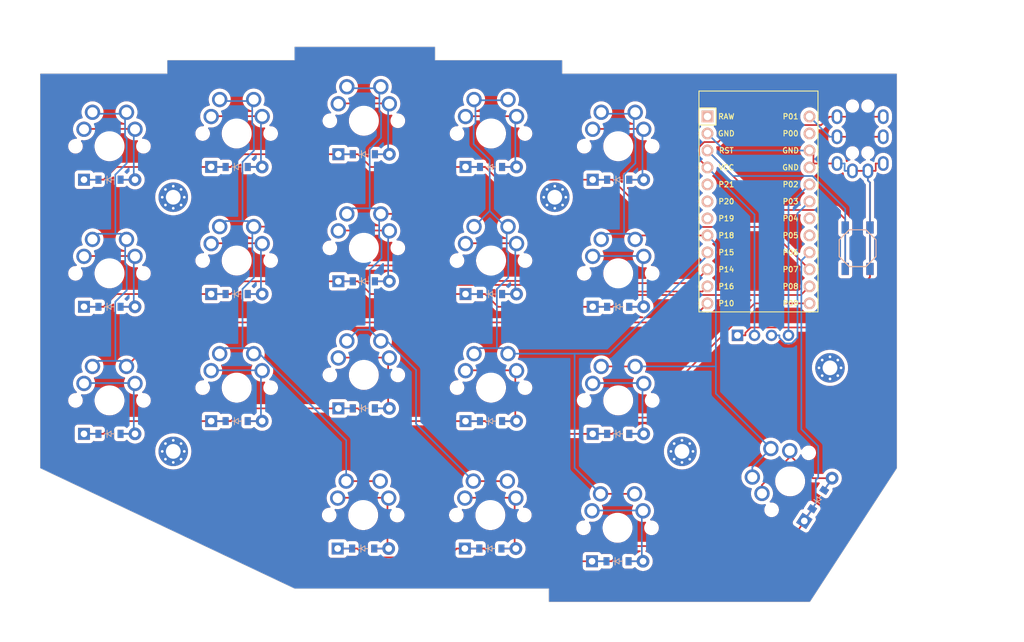
<source format=kicad_pcb>
(kicad_pcb (version 20240108) (generator "pcbnew") (generator_version "8.0")
  (title_block (title "GrandWoopPcb") (rev "v1.0.0") (company "Unknown"))
  (layers (0 "F.Cu" signal) (31 "B.Cu" signal) (34 "B.Paste" user) (35 "F.Paste" user) (36 "B.SilkS" user "B.Silkscreen") (37 "F.SilkS" user "F.Silkscreen") (38 "B.Mask" user) (39 "F.Mask" user) (44 "Edge.Cuts" user))
  (net 0 "")
  (net 1 "P10")
  (net 2 "outer_mod")
  (net 3 "outer_bottom")
  (net 4 "outer_home")
  (net 5 "P16")
  (net 6 "ring_mod")
  (net 7 "ring_bottom")
  (net 8 "ring_home")
  (net 9 "P14")
  (net 10 "middle_mod")
  (net 11 "middle_bottom")
  (net 12 "middle_home")
  (net 13 "P15")
  (net 14 "index_mod")
  (net 15 "index_bottom")
  (net 16 "index_home")
  (net 17 "P18")
  (net 18 "inner_mod")
  (net 19 "inner_bottom")
  (net 20 "inner_home")
  (net 21 "alt_cluster")
  (net 22 "ctrl_cluster")
  (net 23 "layer_cluster")
  (net 24 "space_cluster")
  (net 25 "P9")
  (net 26 "P8")
  (net 27 "P7")
  (net 28 "P6")
  (net 29 "RAW")
  (net 30 "GND")
  (net 31 "RST")
  (net 32 "VCC")
  (net 33 "P21")
  (net 34 "P20")
  (net 35 "P19")
  (net 36 "P1")
  (net 37 "P0")
  (net 38 "P2")
  (net 39 "P3")
  (net 40 "P4")
  (net 41 "P5")
  (footprint "E73:SW_TACT_ALPS_SKQGABE010" (layer "F.Cu") (at 239.125 84.1087 90)
    (property "Reference" "B1" (hide yes))
    (property "Value" "" (hide yes))
  )
  (footprint "MX" (layer "F.Cu") (at 203.3588 106.8687)
    (property "Reference" "S13" (hide yes))
    (property "Value" "" (hide yes))
  )
  (footprint "MX" (layer "F.Cu") (at 146.3588 104.9637)
    (property "Reference" "S4" (hide yes))
    (property "Value" "" (hide yes))
  )
  (footprint "E73:SW_TACT_ALPS_SKQGABE010" (layer "F.Cu") (at 239.125 84.1087 90)
    (property "Reference" "B2" (hide yes))
    (property "Value" "" (hide yes))
  )
  (footprint "ComboDiode" (layer "F.Cu") (at 127.3588 92.8687)
    (property "Reference" "D2" (hide yes))
    (property "Value" "" (hide yes))
  )
  (footprint "MX" (layer "F.Cu") (at 203.2588 125.9187)
    (property "Reference" "S18" (hide yes))
    (property "Value" "" (hide yes))
  )
  (footprint "ComboDiode" (layer "F.Cu") (at 203.3588 111.8687)
    (property "Reference" "D13" (hide yes))
    (property "Value" "" (hide yes))
  )
  (footprint "ComboDiode" (layer "F.Cu") (at 203.2588 130.9187)
    (property "Reference" "D18" (hide yes))
    (property "Value" "" (hide yes))
  )
  (footprint "ComboDiode" (layer "F.Cu") (at 165.3588 70.0587)
    (property "Reference" "D9" (hide yes))
    (property "Value" "" (hide yes))
  )
  (footprint "ComboDiode" (layer "F.Cu") (at 203.3588 92.8687)
    (property "Reference" "D14" (hide yes))
    (property "Value" "" (hide yes))
  )
  (footprint "ComboDiode" (layer "F.Cu") (at 184.3588 71.9637)
    (property "Reference" "D12" (hide yes))
    (property "Value" "" (hide yes))
  )
  (footprint "ComboDiode" (layer "F.Cu") (at 165.3588 108.0587)
    (property "Reference" "D7" (hide yes))
    (property "Value" "" (hide yes))
  )
  (footprint "MX" (layer "F.Cu") (at 184.3588 66.9637)
    (property "Reference" "S12" (hide yes))
    (property "Value" "" (hide yes))
  )
  (footprint "ComboDiode" (layer "F.Cu") (at 127.3588 73.8687)
    (property "Reference" "D3" (hide yes))
    (property "Value" "" (hide yes))
  )
  (footprint "MX" (layer "F.Cu") (at 165.2588 124.0137)
    (property "Reference" "S16" (hide yes))
    (property "Value" "" (hide yes))
  )
  (footprint "MX" (layer "F.Cu") (at 184.3588 85.9637)
    (property "Reference" "S11" (hide yes))
    (property "Value" "" (hide yes))
  )
  (footprint "MX" (layer "F.Cu") (at 165.3588 65.0587)
    (property "Reference" "S9" (hide yes))
    (property "Value" "" (hide yes))
  )
  (footprint "ComboDiode" (layer "F.Cu") (at 233.2375 121.6911 57)
    (property "Reference" "D19" (hide yes))
    (property "Value" "" (hide yes))
  )
  (footprint "MountingHole_2.2mm_M2_Pad_Via" (layer "F.Cu") (at 136.8838 76.4887)
    (property "Reference" "_2" (hide yes))
    (property "Value" "")
  )
  (footprint "ProMicro" (layer "F.Cu") (at 224.3138 78.3937 -90)
    (property "Reference" "MCU1" (hide yes))
    (property "Value" "" (hide yes))
  )
  (footprint "ComboDiode" (layer "F.Cu") (at 184.3588 109.9637)
    (property "Reference" "D10" (hide yes))
    (property "Value" "" (hide yes))
  )
  (footprint "ComboDiode" (layer "F.Cu") (at 127.3588 111.8687)
    (property "Reference" "D1" (hide yes))
    (property "Value" "" (hide yes))
  )
  (footprint "ComboDiode" (layer "F.Cu") (at 184.2588 129.0137)
    (property "Reference" "D17" (hide yes))
    (property "Value" "" (hide yes))
  )
  (footprint "MX" (layer "F.Cu") (at 127.3588 106.8687)
    (property "Reference" "S1" (hide yes))
    (property "Value" "" (hide yes))
  )
  (footprint "MX" (layer "F.Cu") (at 184.3588 104.9637)
    (property "Reference" "S10" (hide yes))
    (property "Value" "" (hide yes))
  )
  (footprint "MX" (layer "F.Cu") (at 184.2588 124.0137)
    (property "Reference" "S17" (hide yes))
    (property "Value" "" (hide yes))
  )
  (footprint "MountingHole_2.2mm_M2_Pad_Via" (layer "F.Cu") (at 136.8838 114.4887)
    (property "Reference" "_1" (hide yes))
    (property "Value" "")
  )
  (footprint "ComboDiode" (layer "F.Cu") (at 165.3588 89.0587)
    (property "Reference" "D8" (hide yes))
    (property "Value" "" (hide yes))
  )
  (footprint "ComboDiode" (layer "F.Cu") (at 165.2588 129.0137)
    (property "Reference" "D16" (hide yes))
    (property "Value" "" (hide yes))
  )
  (footprint "lib:OLED_headers" (layer "F.Cu") (at 230.9813 95.5387 -90)
    (property "Reference" "OLED1" (hide yes))
    (property "Value" "OLED")
  )
  (footprint "MountingHole_2.2mm_M2_Pad_Via" (layer "F.Cu") (at 193.8838 76.4887)
    (property "Reference" "_3" (hide yes))
    (property "Value" "")
  )
  (footprint "TRRS-PJ-320A-dual" (layer "F.Cu") (at 240.6563 61.2487)
    (property "Reference" "TRRS1")
    (property "Value" "TRRS-PJ-320A-dual")
  )
  (footprint "ComboDiode" (layer "F.Cu") (at 203.3588 73.8687)
    (property "Reference" "D15" (hide yes))
    (property "Value" "" (hide yes))
  )
  (footprint "ComboDiode" (layer "F.Cu") (at 146.3588 71.9637)
    (property "Reference" "D6" (hide yes))
    (property "Value" "" (hide yes))
  )
  (footprint "ComboDiode" (layer "F.Cu") (at 146.3588 90.9637)
    (property "Reference" "D5" (hide yes))
    (property "Value" "" (hide yes))
  )
  (footprint "MountingHole_2.2mm_M2_Pad_Via" (layer "F.Cu") (at 235 102)
    (property "Reference" "_5" (hide yes))
    (property "Value" "")
  )
  (footprint "MountingHole_2.2mm_M2_Pad_Via" (layer "F.Cu") (at 212.8838 114.4887)
    (property "Reference" "_4" (hide yes))
    (property "Value" "")
  )
  (footprint "MX" (layer "F.Cu") (at 146.3588 66.9637)
    (property "Reference" "S6" (hide yes))
    (property "Value" "" (hide yes))
  )
  (footprint "MX" (layer "F.Cu") (at 127.3588 87.8687)
    (property "Reference" "S2" (hide yes))
    (property "Value" "" (hide yes))
  )
  (footprint "ComboDiode" (layer "F.Cu") (at 146.3588 109.9637)
    (property "Reference" "D4" (hide yes))
    (property "Value" "" (hide yes))
  )
  (footprint "MX" (layer "F.Cu") (at 127.3588 68.8687)
    (property "Reference" "S3" (hide yes))
    (property "Value" "" (hide yes))
  )
  (footprint "MX" (layer "F.Cu") (at 229.0441 118.9679 57)
    (property "Reference" "S19" (hide yes))
    (property "Value" "" (hide yes))
  )
  (footprint "MX" (layer "F.Cu") (at 203.3588 68.8687)
    (property "Reference" "S15" (hide yes))
    (property "Value" "" (hide yes))
  )
  (footprint "MX" (layer "F.Cu") (at 146.3588 85.9637)
    (property "Reference" "S5" (hide yes))
    (property "Value" "" (hide yes))
  )
  (footprint "ComboDiode" (layer "F.Cu") (at 184.3588 90.9637)
    (property "Reference" "D11" (hide yes))
    (property "Value" "" (hide yes))
  )
  (footprint "MX" (layer "F.Cu") (at 165.3588 84.0587)
    (property "Reference" "S8" (hide yes))
    (property "Value" "" (hide yes))
  )
  (footprint "MX" (layer "F.Cu") (at 165.3588 103.0587)
    (property "Reference" "S7" (hide yes))
    (property "Value" "" (hide yes))
  )
  (footprint "MX" (layer "F.Cu") (at 203.3588 87.8687)
    (property "Reference" "S14" (hide yes))
    (property "Value" "" (hide yes))
  )
  (gr_line (start 195 56) (end 195 58) (stroke (width 0.05)) (layer "Edge.Cuts"))
  (gr_line (start 136 58) (end 136 56) (stroke (width 0.05)) (layer "Edge.Cuts"))
  (gr_line (start 176 54) (end 176 56) (stroke (width 0.05)) (layer "Edge.Cuts"))
  (gr_line (start 245 58) (end 245 117) (stroke (width 0.05)) (layer "Edge.Cuts"))
  (gr_line (start 231 137) (end 193 137) (stroke (width 0.05)) (layer "Edge.Cuts"))
  (gr_line (start 136 56) (end 155 56) (stroke (width 0.05)) (layer "Edge.Cuts"))
  (gr_line (start 193 137) (end 193 135) (stroke (width 0.05)) (layer "Edge.Cuts"))
  (gr_line (start 155 135) (end 117 117) (stroke (width 0.05)) (layer "Edge.Cuts"))
  (gr_line (start 117 117) (end 117 58) (stroke (width 0.05)) (layer "Edge.Cuts"))
  (gr_line (start 195 58) (end 245 58) (stroke (width 0.05)) (layer "Edge.Cuts"))
  (gr_line (start 155 56) (end 155 54) (stroke (width 0.05)) (layer "Edge.Cuts"))
  (gr_line (start 155 54) (end 176 54) (stroke (width 0.05)) (layer "Edge.Cuts"))
  (gr_line (start 245 117) (end 232 137) (stroke (width 0.05)) (layer "Edge.Cuts"))
  (gr_line (start 231 137) (end 232 137) (stroke (width 0.05)) (layer "Edge.Cuts"))
  (gr_line (start 117 58) (end 136 58) (stroke (width 0.05)) (layer "Edge.Cuts"))
  (gr_line (start 176 56) (end 195 56) (stroke (width 0.05)) (layer "Edge.Cuts"))
  (gr_line (start 193 135) (end 155 135) (stroke (width 0.05)) (layer "Edge.Cuts"))
  (segment (start 213.8516 95.2059) (end 136.4816 95.2059) (width 0.25) (layer "F.Cu") (net 1))
  (segment (start 216.6938 92.3637) (end 213.8516 95.2059) (width 0.25) (layer "F.Cu") (net 1))
  (segment (start 136.4816 95.2059) (end 129.8988 101.7887) (width 0.25) (layer "F.Cu") (net 1))
  (segment (start 128.2321 81.9553) (end 125.6522 81.9553) (width 0.25) (layer "B.Cu") (net 1))
  (segment (start 125.6522 100.9553) (end 124.8188 101.7887) (width 0.25) (layer "B.Cu") (net 1))
  (segment (start 129.6978 86.4794) (end 129.6978 82.9897) (width 0.25) (layer "B.Cu") (net 1))
  (segment (start 125.6522 81.9553) (end 124.8188 82.7887) (width 0.25) (layer "B.Cu") (net 1))
  (segment (start 129.9294 67.711) (end 129.6802 67.4618) (width 0.25) (layer "B.Cu") (net 1))
  (segment (start 129.8988 101.7887) (end 129.0654 100.9553) (width 0.25) (layer "B.Cu") (net 1))
  (segment (start 128.2321 81.9553) (end 128.2321 73.1127) (width 0.25) (layer "B.Cu") (net 1))
  (segment (start 125.0374 64.0073) (end 124.8188 63.7887) (width 0.25) (layer "B.Cu") (net 1))
  (segment (start 129.6978 82.9897) (end 129.8988 82.7887) (width 0.25) (layer "B.Cu") (net 1))
  (segment (start 129.9294 90.4154) (end 129.9294 86.711) (width 0.25) (layer "B.Cu") (net 1))
  (segment (start 128.2321 92.1127) (end 129.9294 90.4154) (width 0.25) (layer "B.Cu") (net 1))
  (segment (start 129.0654 81.9553) (end 128.2321 81.9553) (width 0.25) (layer "B.Cu") (net 1))
  (segment (start 129.9294 71.4154) (end 129.9294 67.711) (width 0.25) (layer "B.Cu") (net 1))
  (segment (start 129.9294 86.711) (end 129.6978 86.4794) (width 0.25) (layer "B.Cu") (net 1))
  (segment (start 128.2321 100.9553) (end 128.2321 92.1127) (width 0.25) (layer "B.Cu") (net 1))
  (segment (start 128.2321 73.1127) (end 129.9294 71.4154) (width 0.25) (layer "B.Cu") (net 1))
  (segment (start 129.8988 82.7887) (end 129.0654 81.9553) (width 0.25) (layer "B.Cu") (net 1))
  (segment (start 129.0654 100.9553) (end 128.2321 100.9553) (width 0.25) (layer "B.Cu") (net 1))
  (segment (start 129.6802 64.0073) (end 129.8988 63.7887) (width 0.25) (layer "B.Cu") (net 1))
  (segment (start 129.6802 67.4618) (end 129.6802 64.0073) (width 0.25) (layer "B.Cu") (net 1))
  (segment (start 128.2321 100.9553) (end 125.6522 100.9553) (width 0.25) (layer "B.Cu") (net 1))
  (segment (start 129.6802 64.0073) (end 125.0374 64.0073) (width 0.25) (layer "B.Cu") (net 1))
  (segment (start 129.0088 111.8687) (end 131.1688 111.8687) (width 0.25) (layer "F.Cu") (net 2))
  (segment (start 129.0088 111.8687) (end 130.9855 111.8687) (width 0.25) (layer "B.Cu") (net 2))
  (segment (start 130.9855 104.512) (end 131.1688 104.3287) (width 0.25) (layer "B.Cu") (net 2))
  (segment (start 123.6034 104.2741) (end 130.7476 104.2741) (width 0.25) (layer "B.Cu") (net 2))
  (segment (start 130.9855 111.8687) (end 130.9855 104.512) (width 0.25) (layer "B.Cu") (net 2))
  (segment (start 123.5488 104.3287) (end 123.6034 104.2741) (width 0.25) (layer "B.Cu") (net 2))
  (segment (start 130.9855 111.8687) (end 131.1688 111.8687) (width 0.25) (layer "B.Cu") (net 2))
  (segment (start 130.7476 104.2741) (end 130.9855 104.512) (width 0.25) (layer "B.Cu") (net 2))
  (segment (start 129.0088 92.8687) (end 131.1688 92.8687) (width 0.25) (layer "F.Cu") (net 3))
  (segment (start 131.1142 85.2741) (end 131.1688 85.3287) (width 0.25) (layer "F.Cu") (net 3))
  (segment (start 123.5488 85.3287) (end 123.6034 85.2741) (width 0.25) (layer "F.Cu") (net 3))
  (segment (start 123.6034 85.2741) (end 131.1142 85.2741) (width 0.25) (layer "F.Cu") (net 3))
  (segment (start 130.9855 92.8687) (end 130.9855 85.512) (width 0.25) (layer "B.Cu") (net 3))
  (segment (start 130.9855 92.8687) (end 131.1688 92.8687) (width 0.25) (layer "B.Cu") (net 3))
  (segment (start 129.0088 92.8687) (end 130.9855 92.8687) (width 0.25) (layer "B.Cu") (net 3))
  (segment (start 130.9855 85.512) (end 131.1688 85.3287) (width 0.25) (layer "B.Cu") (net 3))
  (segment (start 131.1142 66.2741) (end 131.1688 66.3287) (width 0.25) (layer "F.Cu") (net 4))
  (segment (start 129.0088 73.8687) (end 131.1688 73.8687) (width 0.25) (layer "F.Cu") (net 4))
  (segment (start 123.6034 66.2741) (end 131.1142 66.2741) (width 0.25) (layer "F.Cu") (net 4))
  (segment (start 123.5488 66.3287) (end 123.6034 66.2741) (width 0.25) (layer "F.Cu") (net 4))
  (segment (start 130.9855 73.8687) (end 130.9855 66.512) (width 0.25) (layer "B.Cu") (net 4))
  (segment (start 130.9855 73.8687) (end 131.1688 73.8687) (width 0.25) (layer "B.Cu") (net 4))
  (segment (start 129.0088 73.8687) (end 130.9855 73.8687) (width 0.25) (layer "B.Cu") (net 4))
  (segment (start 130.9855 66.512) (end 131.1688 66.3287) (width 0.25) (layer "B.Cu") (net 4))
  (segment (start 204.9503 90.891) (end 205.2573 90.584) (width 0.25) (layer "F.Cu") (net 5))
  (segment (start 148.8988 80.8837) (end 154.4413 80.8837) (width 0.25) (layer "F.Cu") (net 5))
  (segment (start 192.9258 89.5972) (end 194.2196 90.891) (width 0.25) (layer "F.Cu") (net 5))
  (segment (start 160.2525 86.6949) (end 169.8599 86.6949) (width 0.25) (layer "F.Cu") (net 5))
  (segment (start 154.4413 80.8837) (end 160.2525 86.6949) (width 0.25) (layer "F.Cu") (net 5))
  (segment (start 205.2573 90.584) (end 215.9335 90.584) (width 0.25) (layer "F.Cu") (net 5))
  (segment (start 167.7988 118.9337) (end 162.7188 118.9337) (width 0.25) (layer "F.Cu") (net 5))
  (segment (start 194.2196 90.891) (end 204.9503 90.891) (width 0.25) (layer "F.Cu") (net 5))
  (segment (start 169.8599 86.6949) (end 172.7622 89.5972) (width 0.25) (layer "F.Cu") (net 5))
  (segment (start 215.9335 90.584) (end 216.6938 89.8237) (width 0.25) (layer "F.Cu") (net 5))
  (segment (start 172.7622 89.5972) (end 192.9258 89.5972) (width 0.25) (layer "F.Cu") (net 5))
  (segment (start 148.9294 88.5104) (end 148.9294 84.806) (width 0.25) (layer "B.Cu") (net 5))
  (segment (start 148.0654 80.0503) (end 147.2321 80.0503) (width 0.25) (layer "B.Cu") (net 5))
  (segment (start 148.9294 65.806) (end 148.6802 65.5568) (width 0.25) (layer "B.Cu") (net 5))
  (segment (start 148.8988 80.8837) (end 148.0654 80.0503) (width 0.25) (layer "B.Cu") (net 5))
  (segment (start 147.2321 99.0503) (end 147.2321 90.2077) (width 0.25) (layer "B.Cu") (net 5))
  (segment (start 144.6522 80.0503) (end 143.8188 80.8837) (width 0.25) (layer "B.Cu") (net 5))
  (segment (start 148.6978 84.5744) (end 148.6978 81.0847) (width 0.25) (layer "B.Cu") (net 5))
  (segment (start 148.9294 84.806) (end 148.6978 84.5744) (width 0.25) (layer "B.Cu") (net 5))
  (segment (start 144.6522 99.0503) (end 143.8188 99.8837) (width 0.25) (layer "B.Cu") (net 5))
  (segment (start 147.2321 80.0503) (end 144.6522 80.0503) (width 0.25) (layer "B.Cu") (net 5))
  (segment (start 162.7188 112.8377) (end 149.7648 99.8837) (width 0.25) (layer "B.Cu") (net 5))
  (segment (start 149.7648 99.8837) (end 148.8988 99.8837) (width 0.25) (layer "B.Cu") (net 5))
  (segment (start 148.6802 62.1023) (end 148.8988 61.8837) (width 0.25) (layer "B.Cu") (net 5))
  (segment (start 147.2321 99.0503) (end 144.6522 99.0503) (width 0.25) (layer "B.Cu") (net 5))
  (segment (start 148.6802 65.5568) (end 148.6802 62.1023) (width 0.25) (layer "B.Cu") (net 5))
  (segment (start 147.2321 80.0503) (end 147.2321 71.2077) (width 0.25) (layer "B.Cu") (net 5))
  (segment (start 144.0374 62.1023) (end 143.8188 61.8837) (width 0.25) (layer "B.Cu") (net 5))
  (segment (start 148.6802 62.1023) (end 144.0374 62.1023) (width 0.25) (layer "B.Cu") (net 5))
  (segment (start 148.8988 99.8837) (end 148.0654 99.0503) (width 0.25) (layer "B.Cu") (net 5))
  (segment (start 148.9294 69.5104) (end 148.9294 65.806) (width 0.25) (layer "B.Cu") (net 5))
  (segment (start 147.2321 90.2077) (end 148.9294 88.5104) (width 0.25) (layer "B.Cu") (net 5))
  (segment (start 148.6978 81.0847) (end 148.8988 80.8837) (width 0.25) (layer "B.Cu") (net 5))
  (segment (start 147.2321 71.2077) (end 148.9294 69.5104) (width 0.25) (layer "B.Cu") (net 5))
  (segment (start 162.7188 118.9337) (end 162.7188 112.8377) (width 0.25) (layer "B.Cu") (net 5))
  (segment (start 148.0654 99.0503) (end 147.2321 99.0503) (width 0.25) (layer "B.Cu") (net 5))
  (segment (start 148.0088 109.9637) (end 150.1688 109.9637) (width 0.25) (layer "F.Cu") (net 6))
  (segment (start 142.5488 102.4237) (end 142.6034 102.3691) (width 0.25) (layer "B.Cu") (net 6))
  (segment (start 142.6034 102.3691) (end 149.7476 102.3691) (width 0.25) (layer "B.Cu") (net 6))
  (segment (start 149.7476 102.3691) (end 149.9855 102.607) (width 0.25) (layer "B.Cu") (net 6))
  (segment (start 148.0088 109.9637) (end 149.9855 109.9637) (width 0.25) (layer "B.Cu") (net 6))
  (segment (start 149.9855 109.9637) (end 150.1688 109.9637) (width 0.25) (layer "B.Cu") (net 6))
  (segment (start 149.9855 109.9637) (end 149.9855 102.607) (width 0.25) (layer "B.Cu") (net 6))
  (segment (start 149.9855 102.607) (end 150.1688 102.4237) (width 0.25) (layer "B.Cu") (net 6))
  (segment (start 148.0088 90.9637) (end 150.1688 90.9637) (width 0.25) (layer "F.Cu") (net 7))
  (segment (start 150.1142 83.3691) (end 150.1688 83.4237) (width 0.25) (layer "F.Cu") (net 7))
  (segment (start 142.5488 83.4237) (end 142.6034 83.3691) (width 0.25) (layer "F.Cu") (net 7))
  (segment (start 142.6034 83.3691) (end 150.1142 83.3691) (width 0.25) (layer "F.Cu") (net 7))
  (segment (start 148.0088 90.9637) (end 149.9855 90.9637) (width 0.25) (layer "B.Cu") (net 7))
  (segment (start 149.9855 90.9637) (end 150.1688 90.9637) (width 0.25) (layer "B.Cu") (net 7))
  (segment (start 149.9855 90.9637) (end 149.9855 83.607) (width 0.25) (layer "B.Cu") (net 7))
  (segment (start 149.9855 83.607) (end 150.1688 83.4237) (width 0.25) (layer "B.Cu") (net 7))
  (segment (start 142.6034 64.3691) (end 150.1142 64.3691) (width 0.25) (layer "F.Cu") (net 8))
  (segment (start 142.5488 64.4237) (end 142.6034 64.3691) (width 0.25) (layer "F.Cu") (net 8))
  (segment (start 150.1142 64.3691) (end 150.1688 64.4237) (width 0.25) (layer "F.Cu") (net 8))
  (segment (start 148.0088 71.9637) (end 150.1688 71.9637) (width 0.25) (layer "F.Cu") (net 8))
  (segment (start 149.9855 64.607) (end 150.1688 64.4237) (width 0.25) (layer "B.Cu") (net 8))
  (segment (start 149.9855 71.9637) (end 149.9855 64.607) (width 0.25) (layer "B.Cu") (net 8))
  (segment (start 149.9855 71.9637) (end 150.1688 71.9637) (width 0.25) (layer "B.Cu") (net 8))
  (segment (start 148.0088 71.9637) (end 149.9855 71.9637) (width 0.25) (layer "B.Cu") (net 8))
  (segment (start 214.6434 89.3341) (end 205.8684 89.3341) (width 0.25) (layer "F.Cu") (net 9))
  (segment (start 205.8684 89.3341) (end 204.7632 90.4393) (width 0.25) (layer "F.Cu") (net 9))
  (segment (start 195.2944 90.4393) (end 193.8542 88.9991) (width 0.25) (layer "F.Cu") (net 9))
  (segment (start 193.8542 88.9991) (end 180.2586 88.9991) (width 0.25) (layer "F.Cu") (net 9))
  (segment (start 204.7632 90.4393) (end 195.2944 90.4393) (width 0.25) (layer "F.Cu") (net 9))
  (segment (start 186.7988 118.9337) (end 181.7188 118.9337) (width 0.25) (layer "F.Cu") (net 9))
  (segment (start 180.2586 88.9991) (end 170.2382 78.9787) (width 0.25) (layer "F.Cu") (net 9))
  (segment (start 216.6938 87.2837) (end 214.6434 89.3341) (width 0.25) (layer "F.Cu") (net 9))
  (segment (start 170.2382 78.9787) (end 167.8988 78.9787) (width 0.25) (layer "F.Cu") (net 9))
  (segment (start 163.0374 60.1973) (end 162.8188 59.9787) (width 0.25) (layer "B.Cu") (net 9))
  (segment (start 163.6522 78.1453) (end 162.8188 78.9787) (width 0.25) (layer "B.Cu") (net 9))
  (segment (start 167.8988 78.9787) (end 167.0654 78.1453) (width 0.25) (layer "B.Cu") (net 9))
  (segment (start 167.6802 60.1973) (end 163.0374 60.1973) (width 0.25) (layer "B.Cu") (net 9))
  (segment (start 168.8139 97.9787) (end 167.8988 97.9787) (width 0.25) (layer "B.Cu") (net 9))
  (segment (start 167.9937 85.6044) (end 166.2321 87.366) (width 0.25) (layer "B.Cu") (net 9))
  (segment (start 167.9937 82.8431) (end 167.9937 85.6044) (width 0.25) (layer "B.Cu") (net 9))
  (segment (start 167.0654 78.1453) (end 166.2321 78.1453) (width 0.25) (layer "B.Cu") (net 9))
  (segment (start 164.4855 96.312) (end 162.8188 97.9787) (width 0.25) (layer "B.Cu") (net 9))
  (segment (start 166.2321 78.1453) (end 166.2321 69.3027) (width 0.25) (layer "B.Cu") (net 9))
  (segment (start 166.2321 96.312) (end 164.4855 96.312) (width 0.25) (layer "B.Cu") (net 9))
  (segment (start 173.1541 110.369) (end 173.1541 102.3189) (width 0.25) (layer "B.Cu") (net 9))
  (segment (start 167.9294 67.6054) (end 167.9294 63.901) (width 0.25) (layer "B.Cu") (net 9))
  (segment (start 166.2321 69.3027) (end 167.9294 67.6054) (width 0.25) (layer "B.Cu") (net 9))
  (segment (start 166.2321 78.1453) (end 163.6522 78.1453) (width 0.25) (layer "B.Cu") (net 9))
  (segment (start 167.6487 82.4981) (end 167.9937 82.8431) (width 0.25) (layer "B.Cu") (net 9))
  (segment (start 167.9294 63.901) (end 167.6802 63.6518) (width 0.25) (layer "B.Cu") (net 9))
  (segment (start 167.6802 60.1973) (end 167.8988 59.9787) (width 0.25) (layer "B.Cu") (net 9))
  (segment (start 167.8988 78.9787) (end 167.6487 79.2288) (width 0.25) (layer "B.Cu") (net 9))
  (segment (start 167.6487 79.2288) (end 167.6487 82.4981) (width 0.25) (layer "B.Cu") (net 9))
  (segment (start 166.2321 87.366) (end 166.2321 96.312) (width 0.25) (layer "B.Cu") (net 9))
  (segment (start 181.7188 118.9337) (end 173.1541 110.369) (width 0.25) (layer "B.Cu") (net 9))
  (segment (start 166.2321 96.312) (end 167.8988 97.9787) (width 0.25) (layer "B.Cu") (net 9))
  (segment (start 167.6802 63.6518) (end 167.6802 60.1973) (width 0.25) (layer "B.Cu") (net 9))
  (segment (start 173.1541 102.3189) (end 168.8139 97.9787) (width 0.25) (layer "B.Cu") (net 9))
  (segment (start 167.0088 108.0587) (end 168.9855 108.0587) (width 0.25) (layer "F.Cu") (net 10))
  (segment (start 168.9855 108.0587) (end 168.9855 100.702) (width 0.25) (layer "F.Cu") (net 10))
  (segment (start 168.9855 108.0587) (end 169.1688 108.0587) (width 0.25) (layer "F.Cu") (net 10))
  (segment (start 168.7476 100.4641) (end 168.9855 100.702) (width 0.25) (layer "F.Cu") (net 10))
  (segment (start 161.6034 100.4641) (end 168.7476 100.4641) (width 0.25) (layer "F.Cu") (net 10))
  (segment (start 168.9855 100.702) (end 169.1688 100.5187) (width 0.25) (layer "F.Cu") (net 10))
  (segment (start 161.5488 100.5187) (end 161.6034 100.4641) (width 0.25) (layer "F.Cu") (net 10))
  (segment (start 167.0088 108.0587) (end 169.1688 108.0587) (width 0.25) (layer "B.Cu") (net 10))
  (segment (start 169.1142 81.4641) (end 169.1688 81.5187) (width 0.25) (layer "F.Cu") (net 11))
  (segment (start 167.0088 89.0587) (end 169.1688 89.0587) (width 0.25) (layer "F.Cu") (net 11))
  (segment (start 161.5488 81.5187) (end 161.6034 81.4641) (width 0.25) (layer "F.Cu") (net 11))
  (segment (start 161.6034 81.4641) (end 169.1142 81.4641) (width 0.25) (layer "F.Cu") (net 11))
  (segment (start 168.9907 81.6968) (end 169.1688 81.5187) (width 0.25) (layer "B.Cu") (net 11))
  (segment (start 167.0088 89.0587) (end 168.9907 89.0587) (width 0.25) (layer "B.Cu") (net 11))
  (segment (start 168.9907 89.0587) (end 169.1688 89.0587) (width 0.25) (layer "B.Cu") (net 11))
  (segment (start 168.9907 89.0587) (end 168.9907 81.6968) (width 0.25) (layer "B.Cu") (net 11))
  (segment (start 161.6034 62.4641) (end 169.1142 62.4641) (width 0.25) (layer "F.Cu") (net 12))
  (segment (start 169.1142 62.4641) (end 169.1688 62.5187) (width 0.25) (layer "F.Cu") (net 12))
  (segment (start 167.0088 70.0587) (end 169.1688 70.0587) (width 0.25) (layer "F.Cu") (net 12))
  (segment (start 161.5488 62.5187) (end 161.6034 62.4641) (width 0.25) (layer "F.Cu") (net 12))
  (segment (start 167.0088 70.0587) (end 168.9855 70.0587) (width 0.25) (layer "B.Cu") (net 12))
  (segment (start 168.9855 70.0587) (end 168.9855 62.702) (width 0.25) (layer "B.Cu") (net 12))
  (segment (start 168.9855 70.0587) (end 169.1688 70.0587) (width 0.25) (layer "B.Cu") (net 12))
  (segment (start 168.9855 62.702) (end 169.1688 62.5187) (width 0.25) (layer "B.Cu") (net 12))
  (segment (start 205.7988 120.8387) (end 200.7188 120.8387) (width 0.25) (layer "F.Cu") (net 13))
  (segment (start 196.8471 99.8837) (end 186.8988 99.8837) (width 0.25) (layer "B.Cu") (net 13))
  (segment (start 182.0354 65.4366) (end 181.763 65.709) (width 0.25) (layer "B.Cu") (net 13))
  (segment (start 182.0354 61.992) (end 182.0354 65.4366) (width 0.25) (layer "B.Cu") (net 13))
  (segment (start 186.9294 88.5104) (end 186.9294 84.806) (width 0.25) (layer "B.Cu") (net 13))
  (segment (start 216.6938 84.7437) (end 216.6938 85.2073) (width 0.25) (layer "B.Cu") (net 13))
  (segment (start 185.2321 90.2077) (end 186.9294 88.5104) (width 0.25) (layer "B.Cu") (net 13))
  (segment (start 186.6978 81.0847) (end 186.7027 81.0798) (width 0.25) (layer "B.Cu") (net 13))
  (segment (start 182.6522 99.0503) (end 181.8188 99.8837) (width 0.25) (layer "B.Cu") (net 13))
  (segment (start 184.1627 70.9482) (end 184.1627 78.5398) (width 0.25) (layer "B.Cu") (net 13))
  (segment (start 186.6978 84.5744) (end 186.6978 81.0847) (width 0.25) (layer "B.Cu") (net 13))
  (segment (start 216.6938 85.2073) (end 202.0174 99.8837) (width 0.25) (layer "B.Cu") (net 13))
  (segment (start 185.2321 99.0503) (end 185.2321 90.2077) (width 0.25) (layer "B.Cu") (net 13))
  (segment (start 181.9271 61.992) (end 182.0354 61.992) (width 0.25) (layer "B.Cu") (net 13))
  (segment (start 186.8988 99.8837) (end 186.0654 99.0503) (width 0.25) (layer "B.Cu") (net 13))
  (segment (start 182.0354 61.992) (end 186.7905 61.992) (width 0.25) (layer "B.Cu") (net 13))
  (segment (start 202.0174 99.8837) (end 196.8471 99.8837) (width 0.25) (layer "B.Cu") (net 13))
  (segment (start 181.763 68.5485) (end 184.1627 70.9482) (width 0.25) (layer "B.Cu") (net 13))
  (segment (start 181.8188 61.8837) (end 181.9271 61.992) (width 0.25) (layer "B.Cu") (net 13))
  (segment (start 186.7027 81.0798) (end 186.8988 80.8837) (width 0.25) (layer "B.Cu") (net 13))
  (segment (start 184.1627 78.5398) (end 181.8188 80.8837) (width 0.25) (layer "B.Cu") (net 13))
  (segment (start 185.2321 99.0503) (end 182.6522 99.0503) (width 0.25) (layer "B.Cu") (net 13))
  (segment (start 181.763 65.709) (end 181.763 68.5485) (width 0.25) (layer "B.Cu") (net 13))
  (segment (start 186.9294 84.806) (end 186.6978 84.5744) (width 0.25) (layer "B.Cu") (net 13))
  (segment (start 200.7188 120.8387) (end 196.8471 116.967) (width 0.25) (layer "B.Cu") (net 13))
  (segment (start 186.0654 99.0503) (end 185.2321 99.0503) (width 0.25) (layer "B.Cu") (net 13))
  (segment (start 184.1627 78.5398) (end 186.7027 81.0798) (width 0.25) (layer "B.Cu") (net 13))
  (segment (start 186.7905 61.992) (end 186.8988 61.8837) (width 0.25) (layer "B.Cu") (net 13))
  (segment (start 196.8471 116.967) (end 196.8471 99.8837) (width 0.25) (layer "B.Cu") (net 13))
  (segment (start 187.9855 109.9637) (end 188.1688 109.9637) (width 0.25) (layer "F.Cu") (net 14))
  (segment (start 187.9855 102.607) (end 188.1688 102.4237) (width 0.25) (layer "F.Cu") (net 14))
  (segment (start 187.7476 102.3691) (end 187.9855 102.607) (width 0.25) (layer "F.Cu") (net 14))
  (segment (start 186.0088 109.9637) (end 187.9855 109.9637) (width 0.25) (layer "F.Cu") (net 14))
  (segment (start 187.9855 109.9637) (end 187.9855 102.607) (width 0.25) (layer "F.Cu") (net 14))
  (segment (start 180.5488 102.4237) (end 180.6034 102.3691) (width 0.25) (layer "F.Cu") (net 14))
  (segment (start 180.6034 102.3691) (end 187.7476 102.3691) (width 0.25) (layer "F.Cu") (net 14))
  (segment (start 186.0088 109.9637) (end 188.1688 109.9637) (width 0.25) (layer "B.Cu") (net 14))
  (segment (start 186.0088 90.9637) (end 188.1688 90.9637) (width 0.25) (layer "F.Cu") (net 15))
  (segment (start 180.5488 83.4237) (end 180.6034 83.3691) (width 0.25) (layer "F.Cu") (net 15))
  (segment (start 180.6034 83.3691) (end 188.1142 83.3691) (width 0.25) (layer "F.Cu") (net 15))
  (segment (start 188.1142 83.3691) (end 188.1688 83.4237) (width 0.25) (layer "F.Cu") (net 15))
  (segment (start 187.9855 90.9637) (end 187.9855 83.607) (width 0.25) (layer "B.Cu") (net 15))
  (segment (start 187.9855 83.607) (end 188.1688 83.4237) (width 0.25) (layer "B.Cu") (net 15))
  (segment (start 186.0088 90.9637) (end 187.9855 90.9637) (width 0.25) (layer "B.Cu") (net 15))
  (segment (start 187.9855 90.9637) (end 188.1688 90.9637) (width 0.25) (layer "B.Cu") (net 15))
  (segment (start 180.6034 64.3691) (end 188.1142 64.3691) (width 0.25) (layer "F.Cu") (net 16))
  (segment (start 180.5488 64.4237) (end 180.6034 64.3691) (width 0.25) (layer "F.Cu") (net 16))
  (segment (start 188.1142 64.3691) (end 188.1688 64.4237) (width 0.25) (layer "F.Cu") (net 16))
  (segment (start 186.0088 71.9637) (end 188.1688 71.9637) (width 0.25) (layer "F.Cu") (net 16))
  (segment (start 187.9855 71.9637) (end 187.9855 64.607) (width 0.25) (layer "B.Cu") (net 16))
  (segment (start 187.9855 64.607) (end 188.1688 64.4237) (width 0.25) (layer "B.Cu") (net 16))
  (segment (start 186.0088 71.9637) (end 187.9855 71.9637) (width 0.25) (layer "B.Cu") (net 16))
  (segment (start 187.9855 71.9637) (end 188.1688 71.9637) (width 0.25) (layer "B.Cu") (net 16))
  (segment (start 206.4838 82.2037) (end 205.8988 82.7887) (width 0.25) (layer "F.Cu") (net 17))
  (segment (start 205.8988 101.7887) (end 200.8188 101.7887) (width 0.25) (layer "F.Cu") (net 17))
  (segment (start 216.6938 82.2037) (end 206.4838 82.2037) (width 0.25) (layer "F.Cu") (net 17))
  (segment (start 226.167 114.0709) (end 217.9486 105.8525) (width 0.25) (layer "B.Cu") (net 17))
  (segment (start 217.9486 101.7887) (end 217.9486 83.4585) (width 0.25) (layer "B.Cu") (net 17))
  (segment (start 205.9294 71.4154) (end 205.9294 67.711) (width 0.25) (layer "B.Cu") (net 17))
  (segment (start 217.9486 101.7887) (end 205.8988 101.7887) (width 0.25) (layer "B.Cu") (net 17))
  (segment (start 217.9486 83.4585) (end 216.6938 82.2037) (width 0.25) (layer "B.Cu") (net 17))
  (segment (start 201.6522 81.9553) (end 200.8188 82.7887) (width 0.25) (layer "B.Cu") (net 17))
  (segment (start 204.2321 81.9553) (end 204.2321 73.1127) (width 0.25) (layer "B.Cu") (net 17))
  (segment (start 223.4003 116.8376) (end 223.4003 118.3314) (width 0.25) (layer "B.Cu") (net 17))
  (segment (start 201.0374 64.0073) (end 200.8188 63.7887) (width 0.25) (layer "B.Cu") (net 17))
  (segment (start 205.6802 67.4618) (end 205.6802 64.0073) (width 0.25) (layer "B.Cu") (net 17))
  (segment (start 217.9486 105.8525) (end 217.9486 101.7887) (width 0.25) (layer "B.Cu") (net 17))
  (segment (start 226.167 114.0709) (end 223.4003 116.8376) (width 0.25) (layer "B.Cu") (net 17))
  (segment (start 205.6802 64.0073) (end 201.0374 64.0073) (width 0.25) (layer "B.Cu") (net 17))
  (segment (start 205.9294 67.711) (end 205.6802 67.4618) (width 0.25) (layer "B.Cu") (net 17))
  (segment (start 204.2321 81.9553) (end 201.6522 81.9553) (width 0.25) (layer "B.Cu") (net 17))
  (segment (start 204.2321 73.1127) (end 205.9294 71.4154) (width 0.25) (layer "B.Cu") (net 17))
  (segment (start 205.6802 64.0073) (end 205.8988 63.7887) (width 0.25) (layer "B.Cu") (net 17))
  (segment (start 205.8988 82.7887) (end 205.0654 81.9553) (width 0.25) (layer "B.Cu") (net 17))
  (segment (start 205.0654 81.9553) (end 204.2321 81.9553) (width 0.25) (layer "B.Cu") (net 17))
  (segment (start 205.0088 111.8687) (end 207.1688 111.8687) (width 0.25) (layer "F.Cu") (net 18))
  (segment (start 199.5488 104.3287) (end 199.6034 104.2741) (width 0.25) (layer "B.Cu") (net 18))
  (segment (start 206.9855 111.8687) (end 207.1688 111.8687) (width 0.25) (layer "B.Cu") (net 18))
  (segment (start 206.9855 104.512) (end 207.1688 104.3287) (width 0.25) (layer "B.Cu") (net 18))
  (segment (start 205.0088 111.8687) (end 206.9855 111.8687) (width 0.25) (layer "B.Cu") (net 18))
  (segment (start 206.9855 111.8687) (end 206.9855 104.512) (width 0.25) (layer "B.Cu") (net 18))
  (segment (start 206.7476 104.2741) (end 206.9855 104.512) (width 0.25) (layer "B.Cu") (net 18))
  (segment (start 199.6034 104.2741) (end 206.7476 104.2741) (width 0.25) (layer "B.Cu") (net 18))
  (segment (start 205.0088 92.8687) (end 207.1688 92.8687) (width 0.25) (layer "F.Cu") (net 19))
  (segment (start 206.9855 92.8687) (end 207.1688 92.8687) (width 0.25) (layer "B.Cu") (net 19))
  (segment (start 206.7476 85.2741) (end 206.9855 85.512) (width 0.25) (layer "B.Cu") (net 19))
  (segment (start 206.9855 85.512) (end 207.1688 85.3287) (width 0.25) (layer "B.Cu") (net 19))
  (segment (start 199.5488 85.3287) (end 199.6034 85.2741) (width 0.25) (layer "B.Cu") (net 19))
  (segment (start 205.0088 92.8687) (end 206.9855 92.8687) (width 0.25) (layer "B.Cu") (net 19))
  (segment (start 206.9855 92.8687) (end 206.9855 85.512) (width 0.25) (layer "B.Cu") (net 19))
  (segment (start 199.6034 85.2741) (end 206.7476 85.2741) (width 0.25) (layer "B.Cu") (net 19))
  (segment (start 207.1142 66.2741) (end 199.6034 66.2741) (width 0.25) (layer "F.Cu") (net 20))
  (segment (start 205.0088 73.8687) (end 207.1688 73.8687) (width 0.25) (layer "F.Cu") (net 20))
  (segment (start 199.6034 66.2741) (end 199.5488 66.3287) (width 0.25) (layer "F.Cu") (net 20))
  (segment (start 207.1688 66.3287) (end 207.1142 66.2741) (width 0.25) (layer "F.Cu") (net 20))
  (segment (start 206.9855 66.512) (end 207.1688 66.3287) (width 0.25) (layer "B.Cu") (net 20))
  (segment (start 206.9855 73.8687) (end 206.9855 66.512) (width 0.25) (layer "B.Cu") (net 20))
  (segment (start 206.9855 73.8687) (end 207.1688 73.8687) (width 0.25) (layer "B.Cu") (net 20))
  (segment (start 205.0088 73.8687) (end 206.9855 73.8687) (width 0.25) (layer "B.Cu") (net 20))
  (segment (start 168.8855 129.0137) (end 169.0688 129.0137) (width 0.25) (layer "F.Cu") (net 21))
  (segment (start 161.5034 121.4191) (end 168.6476 121.4191) (width 0.25) (layer "F.Cu") (net 21))
  (segment (start 168.8855 129.0137) (end 168.8855 121.657) (width 0.25) (layer "F.Cu") (net 21))
  (segment (start 168.6476 121.4191) (end 168.8855 121.657) (width 0.25) (layer "F.Cu") (net 21))
  (segment (start 161.4488 121.4737) (end 161.5034 121.4191) (width 0.25) (layer "F.Cu") (net 21))
  (segment (start 168.8855 121.657) (end 169.0688 121.4737) (width 0.25) (layer "F.Cu") (net 21))
  (segment (start 166.9088 129.0137) (end 168.8855 129.0137) (width 0.25) (layer "F.Cu") (net 21))
  (segment (start 166.9088 129.0137) (end 169.0688 129.0137) (width 0.25) (layer "B.Cu") (net 21))
  (segment (start 185.9088 129.0137) (end 187.8855 129.0137) (width 0.25) (layer "F.Cu") (net 22))
  (segment (start 187.6476 121.4191) (end 187.8855 121.657) (width 0.25) (layer "F.Cu") (net 22))
  (segment (start 187.8855 129.0137) (end 188.0688 129.0137) (width 0.25) (layer "F.Cu") (net 22))
  (segment (start 187.8855 129.0137) (end 187.8855 121.657) (width 0.25) (layer "F.Cu") (net 22))
  (segment (start 187.8855 121.657) (end 188.0688 121.4737) (width 0.25) (layer "F.Cu") (net 22))
  (segment (start 180.5034 121.4191) (end 187.6476 121.4191) (width 0.25) (layer "F.Cu") (net 22))
  (segment (start 180.4488 121.4737) (end 180.5034 121.4191) (width 0.25) (layer "F.Cu") (net 22))
  (segment (start 185.9088 129.0137) (end 188.0688 129.0137) (width 0.25) (layer "B.Cu") (net 22))
  (segment (start 204.9088 130.9187) (end 207.0688 130.9187) (width 0.25) (layer "F.Cu") (net 23))
  (segment (start 204.9088 130.9187) (end 206.8855 130.9187) (width 0.25) (layer "B.Cu") (net 23))
  (segment (start 199.5034 123.3241) (end 206.6476 123.3241) (width 0.25) (layer "B.Cu") (net 23))
  (segment (start 206.8855 130.9187) (end 207.0688 130.9187) (width 0.25) (layer "B.Cu") (net 23))
  (segment (start 206.8855 130.9187) (end 206.8855 123.562) (width 0.25) (layer "B.Cu") (net 23))
  (segment (start 206.8855 123.562) (end 207.0688 123.3787) (width 0.25) (layer "B.Cu") (net 23))
  (segment (start 199.4488 123.3787) (end 199.5034 123.3241) (width 0.25) (layer "B.Cu") (net 23))
  (segment (start 206.6476 123.3241) (end 206.8855 123.562) (width 0.25) (layer "B.Cu") (net 23))
  (segment (start 234.1362 120.3073) (end 234.6665 119.4907) (width 0.25) (layer "F.Cu") (net 24))
  (segment (start 232.4415 118.4958) (end 229.1454 115.1997) (width 0.25) (layer "F.Cu") (net 24))
  (segment (start 229.1454 115.1997) (end 224.8388 119.5063) (width 0.25) (layer "F.Cu") (net 24))
  (segment (start 234.6665 119.4907) (end 235.3126 118.8446) (width 0.25) (layer "F.Cu") (net 24))
  (segment (start 229.1454 115.1997) (end 229.1454 114.5456) (width 0.25) (layer "F.Cu") (net 24))
  (segment (start 235.3126 118.4958) (end 232.4415 118.4958) (width 0.25) (layer "F.Cu") (net 24))
  (segment (start 229.1454 114.5456) (end 228.989 114.3892) (width 0.25) (layer "F.Cu") (net 24))
  (segment (start 224.8388 119.5063) (end 224.8388 120.7799) (width 0.25) (layer "F.Cu") (net 24))
  (segment (start 235.3126 118.8446) (end 235.3126 118.4958) (width 0.25) (layer "F.Cu") (net 24))
  (segment (start 235.3126 118.8446) (end 235.3126 118.4958) (width 0.25) (layer "B.Cu") (net 24))
  (segment (start 234.6665 119.4907) (end 235.3126 118.8446) (width 0.25) (layer "B.Cu") (net 24))
  (segment (start 234.1362 120.3073) (end 234.6665 119.4907) (width 0.25) (layer "B.Cu") (net 24))
  (segment (start 128.3905 109.9637) (end 126.4855 111.8687) (width 0.25) (layer "F.Cu") (net 25))
  (segment (start 199.5488 111.8687) (end 185.3905 111.8687) (width 0.25) (layer "F.Cu") (net 25))
  (segment (start 161.5488 108.0587) (end 147.3905 108.0587) (width 0.25) (layer "F.Cu") (net 25))
  (segment (start 201.7088 111.8687) (end 199.5488 111.8687) (width 0.25) (layer "F.Cu") (net 25))
  (segment (start 142.5488 109.9637) (end 128.3905 109.9637) (width 0.25) (layer "F.Cu") (net 25))
  (segment (start 125.7088 111.8687) (end 126.4855 111.8687) (width 0.25) (layer "F.Cu") (net 25))
  (segment (start 207.9441 109.4393) (end 204.9149 109.4393) (width 0.25) (layer "F.Cu") (net 25))
  (segment (start 163.7088 108.0587) (end 161.5488 108.0587) (width 0.25) (layer "F.Cu") (net 25))
  (segment (start 211.3805 106.0029) (end 207.9441 109.4393) (width 0.25) (layer "F.Cu") (net 25))
  (segment (start 166.3905 109.9637) (end 164.4855 108.0587) (width 0.25) (layer "F.Cu") (net 25))
  (segment (start 180.5488 109.9637) (end 166.3905 109.9637) (width 0.25) (layer "F.Cu") (net 25))
  (segment (start 182.7088 109.9637) (end 183.4855 109.9637) (width 0.25) (layer "F.Cu") (net 25))
  (segment (start 211.3805 104.7203) (end 211.3805 106.0029) (width 0.25) (layer "F.Cu") (net 25))
  (segment (start 204.9149 109.4393) (end 202.4855 111.8687) (width 0.25) (layer "F.Cu") (net 25))
  (segment (start 163.7088 108.0587) (end 164.4855 108.0587) (width 0.25) (layer "F.Cu") (net 25))
  (segment (start 144.7088 109.9637) (end 145.4855 109.9637) (width 0.25) (layer "F.Cu") (net 25))
  (segment (start 223.7371 92.3637) (end 211.3805 104.7203) (width 0.25) (layer "F.Cu") (net 25))
  (segment (start 185.3905 111.8687) (end 183.4855 109.9637) (width 0.25) (layer "F.Cu") (net 25))
  (segment (start 125.7088 111.8687) (end 123.5488 111.8687) (width 0.25) (layer "F.Cu") (net 25))
  (segment (start 201.7088 111.8687) (end 202.4855 111.8687) (width 0.25) (layer "F.Cu") (net 25))
  (segment (start 182.7088 109.9637) (end 180.5488 109.9637) (width 0.25) (layer "F.Cu") (net 25))
  (segment (start 147.3905 108.0587) (end 145.4855 109.9637) (width 0.25) (layer "F.Cu") (net 25))
  (segment (start 231.9338 92.3637) (end 223.7371 92.3637) (width 0.25) (layer "F.Cu") (net 25))
  (segment (start 144.7088 109.9637) (end 142.5488 109.9637) (width 0.25) (layer "F.Cu") (net 25))
  (segment (start 201.7088 111.8687) (end 199.5488 111.8687) (width 0.25) (layer "B.Cu") (net 25))
  (segment (start 182.7088 109.9637) (end 180.5488 109.9637) (width 0.25) (layer "B.Cu") (net 25))
  (segment (start 125.7088 111.8687) (end 123.5488 111.8687) (width 0.25) (layer "B.Cu") (net 25))
  (segment (start 163.7088 108.0587) (end 161.5488 108.0587) (width 0.25) (layer "B.Cu") (net 25))
  (segment (start 144.7088 109.9637) (end 142.5488 109.9637) (width 0.25) (layer "B.Cu") (net 25))
  (segment (start 182.7088 90.9637) (end 180.5488 90.9637) (width 0.25) (layer "F.Cu") (net 26))
  (segment (start 180.5488 90.9637) (end 166.3905 90.9637) (width 0.25) (layer "F.Cu") (net 26))
  (segment (start 147.3905 89.0587) (end 145.4855 90.9637) (width 0.25) (layer "F.Cu") (net 26))
  (segment (start 128.3905 90.9637) (end 126.4855 92.8687) (width 0.25) (layer "F.Cu") (net 26))
  (segment (start 205.8491 91.1075) (end 230.65 91.1075) (width 0.25) (layer "F.Cu") (net 26))
  (segment (start 142.5488 90.9637) (end 128.3905 90.9637) (width 0.25) (layer "F.Cu") (net 26))
  (segment (start 201.7088 92.8687) (end 199.5488 92.8687) (width 0.25) (layer "F.Cu") (net 26))
  (segment (start 204.0115 91.3427) (end 205.6139 91.3427) (width 0.25) (layer "F.Cu") (net 26))
  (segment (start 201.7088 92.8687) (end 202.4855 92.8687) (width 0.25) (layer "F.Cu") (net 26))
  (segment (start 199.5488 92.8687) (end 185.3905 92.8687) (width 0.25) (layer "F.Cu") (net 26))
  (segment (start 163.7088 89.0587) (end 164.4855 89.0587) (width 0.25) (layer "F.Cu") (net 26))
  (segment (start 144.7088 90.9637) (end 145.4855 90.9637) (width 0.25) (layer "F.Cu") (net 26))
  (segment (start 125.7088 92.8687) (end 126.4855 92.8687) (width 0.25) (layer "F.Cu") (net 26))
  (segment (start 202.4855 92.8687) (end 204.0115 91.3427) (width 0.25) (layer "F.Cu") (net 26))
  (segment (start 144.7088 90.9637) (end 142.5488 90.9637) (width 0.25) (layer "F.Cu") (net 26))
  (segment (start 185.3905 92.8687) (end 183.4855 90.9637) (width 0.25) (layer "F.Cu") (net 26))
  (segment (start 161.5488 89.0587) (end 147.3905 89.0587) (width 0.25) (layer "F.Cu") (net 26))
  (segment (start 205.6139 91.3427) (end 205.8491 91.1075) (width 0.25) (layer "F.Cu") (net 26))
  (segment (start 182.7088 90.9637) (end 183.4855 90.9637) (width 0.25) (layer "F.Cu") (net 26))
  (segment (start 163.7088 89.0587) (end 161.5488 89.0587) (width 0.25) (layer "F.Cu") (net 26))
  (segment (start 230.65 91.1075) (end 231.9338 89.8237) (width 0.25) (layer "F.Cu") (net 26))
  (segment (start 125.7088 92.8687) (end 123.5488 92.8687) (width 0.25) (layer "F.Cu") (net 26))
  (segment (start 166.3905 90.9637) (end 164.4855 89.0587) (width 0.25) (layer "F.Cu") (net 26))
  (segment (start 144.7088 90.9637) (end 142.5488 90.9637) (width 0.25) (layer "B.Cu") (net 26))
  (segment (start 201.7088 92.8687) (end 199.5488 92.8687) (width 0.25) (layer "B.Cu") (net 26))
  (segment (start 182.7088 90.9637) (end 180.5488 90.9637) (width 0.25) (layer "B.Cu") (net 26))
  (segment (start 125.7088 92.8687) (end 123.5488 92.8687) (width 0.25) (layer "B.Cu") (net 26))
  (segment (start 163.7088 89.0587) (end 161.5488 89.0587) (width 0.25) (layer "B.Cu") (net 26))
  (segment (start 225.5838 80.9337) (end 209.5505 80.9337) (width 0.25) (layer "F.Cu") (net 27))
  (segment (start 147.3905 70.0587) (end 145.4855 71.9637) (width 0.25) (layer "F.Cu") (net 27))
  (segment (start 142.5488 71.9637) (end 128.3905 71.9637) (width 0.25) (layer "F.Cu") (net 27))
  (segment (start 209.5505 80.9337) (end 202.4855 73.8687) (width 0.25) (layer "F.Cu") (net 27))
  (segment (start 166.3905 71.9637) (end 164.4855 70.0587) (width 0.25) (layer "F.Cu") (net 27))
  (segment (start 201.7088 73.8687) (end 202.4855 73.8687) (width 0.25) (layer "F.Cu") (net 27))
  (segment (start 125.7088 73.8687) (end 123.5488 73.8687) (width 0.25) (layer "F.Cu") (net 27))
  (segment (start 163.7088 70.0587) (end 161.5488 70.0587) (width 0.25) (layer "F.Cu") (net 27))
  (segment (start 231.9338 87.2837) (end 225.5838 80.9337) (width 0.25) (layer "F.Cu") (net 27))
  (segment (start 144.7088 71.9637) (end 145.4855 71.9637) (width 0.25) (layer "F.Cu") (net 27))
  (segment (start 182.7088 71.9637) (end 183.4855 71.9637) (width 0.25) (layer "F.Cu") (net 27))
  (segment (start 185.3905 73.8687) (end 183.4855 71.9637) (width 0.25) (layer "F.Cu") (net 27))
  (segment (start 163.7088 70.0587) (end 164.4855 70.0587) (width 0.25) (layer "F.Cu") (net 27))
  (segment (start 182.7088 71.9637) (end 180.5488 71.9637) (width 0.25) (layer "F.Cu") (net 27))
  (segment (start 144.7088 71.9637) (end 142.5488 71.9637) (width 0.25) (layer "F.Cu") (net 27))
  (segment (start 199.5488 73.8687) (end 185.3905 73.8687) (width 0.25) (layer "F.Cu") (net 27))
  (segment (start 161.5488 70.0587) (end 147.3905 70.0587) (width 0.25) (layer "F.Cu") (net 27))
  (segment (start 180.5488 71.9637) (end 166.3905 71.9637) (width 0.25) (layer "F.Cu") (net 27))
  (segment (start 125.7088 73.8687) (end 126.4855 73.8687) (width 0.25) (layer "F.Cu") (net 27))
  (segment (start 201.7088 73.8687) (end 199.5488 73.8687) (width 0.25) (layer "F.Cu") (net 27))
  (segment (start 128.3905 71.9637) (end 126.4855 73.8687) (width 0.25) (layer "F.Cu") (net 27))
  (segment (start 125.7088 73.8687) (end 123.5488 73.8687) (width 0.25) (layer "B.Cu") (net 27))
  (segment (start 163.7088 70.0587) (end 161.5488 70.0587) (width 0.25) (layer "B.Cu") (net 27))
  (segment (start 144.7088 71.9637) (end 142.5488 71.9637) (width 0.25) (layer "B.Cu") (net 27))
  (segment (start 182.7088 71.9637) (end 180.5488 71.9637) (width 0.25) (layer "B.Cu") (net 27))
  (segment (start 201.7088 73.8687) (end 199.5488 73.8687) (width 0.25) (layer "B.Cu") (net 27))
  (segment (start 231.8085 123.8915) (end 231.1624 124.5376) (width 0.25) (layer "F.Cu") (net 28))
  (segment (start 231.1624 124.8864) (end 230.3596 126.1228) (width 0.25) (layer "F.Cu") (net 28))
  (segment (start 165.7122 130.3404) (end 164.3855 129.0137) (width 0.25) (layer "F.Cu") (net 28))
  (segment (start 163.6088 129.0137) (end 161.4488 129.0137) (width 0.25) (layer "F.Cu") (net 28))
  (segment (start 227.4023 128.6465) (end 229.9261 126.1227) (width 0.25) (layer "F.Cu") (net 28))
  (segment (start 182.6088 129.0137) (end 180.4488 129.0137) (width 0.25) (layer "F.Cu") (net 28))
  (segment (start 199.4488 130.9187) (end 185.2905 130.9187) (width 0.25) (layer "F.Cu") (net 28))
  (segment (start 204.6577 128.6465) (end 227.4023 128.6465) (width 0.25) (layer "F.Cu") (net 28))
  (segment (start 163.6088 129.0137) (end 164.3855 129.0137) (width 0.25) (layer "F.Cu") (net 28))
  (segment (start 180.4488 129.0137) (end 179.2331 129.0137) (width 0.25) (layer "F.Cu") (net 28))
  (segment (start 201.6088 130.9187) (end 199.4488 130.9187) (width 0.25) (layer "F.Cu") (net 28))
  (segment (start 229.9261 126.1227) (end 230.3595 126.1227) (width 0.25) (layer "F.Cu") (net 28))
  (segment (start 182.6088 129.0137) (end 183.3855 129.0137) (width 0.25) (layer "F.Cu") (net 28))
  (segment (start 185.2905 130.9187) (end 183.3855 129.0137) (width 0.25) (layer "F.Cu") (net 28))
  (segment (start 232.3388 123.0749) (end 231.8085 123.8915) (width 0.25) (layer "F.Cu") (net 28))
  (segment (start 201.6088 130.9187) (end 202.3855 130.9187) (width 0.25) (layer "F.Cu") (net 28))
  (segment (start 202.3855 130.9187) (end 204.6577 128.6465) (width 0.25) (layer "F.Cu") (net 28))
  (segment (start 177.9064 130.3404) (end 165.7122 130.3404) (width 0.25) (layer "F.Cu") (net 28))
  (segment (start 230.3595 126.1227) (end 230.3596 126.1228) (width 0.25) (layer "F.Cu") (net 28))
  (segment (start 231.1624 124.5376) (end 231.1624 124.8864) (width 0.25) (layer "F.Cu") (net 28))
  (segment (start 179.2331 129.0137) (end 177.9064 130.3404) (width 0.25) (layer "F.Cu") (net 28))
  (segment (start 231.9338 84.7437) (end 230.7205 85.957) (width 0.25) (layer "B.Cu") (net 28))
  (segment (start 233.245 113.7105) (end 233.245 118.4003) (width 0.25) (layer "B.Cu") (net 28))
  (segment (start 231.9652 123.65) (end 232.3388 123.2764) (width 0.25) (layer "B.Cu") (net 28))
  (segment (start 201.6088 130.9187) (end 199.4488 130.9187) (width 0.25) (layer "B.Cu") (net 28))
  (segment (start 230.7205 111.186) (end 233.245 113.7105) (width 0.25) (layer "B.Cu") (net 28))
  (segment (start 231.1624 124.8864) (end 231.9652 123.65) (width 0.25) (layer "B.Cu") (net 28))
  (segment (start 232.3388 123.2764) (end 232.3388 123.0749) (width 0.25) (layer "B.Cu") (net 28))
  (segment (start 182.6088 129.0137) (end 180.4488 129.0137) (width 0.25) (layer "B.Cu") (net 28))
  (segment (start 233.245 118.4003) (end 232.8691 118.7762) (width 0.25) (layer "B.Cu") (net 28))
  (segment (start 232.3388 123.0749) (end 232.8691 122.2582) (width 0.25) (layer "B.Cu") (net 28))
  (segment (start 232.8691 118.7762) (end 232.8691 122.2582) (width 0.25) (layer "B.Cu") (net 28))
  (segment (start 163.6088 129.0137) (end 161.4488 129.0137) (width 0.25) (layer "B.Cu") (net 28))
  (segment (start 230.7205 85.957) (end 230.7205 111.186) (width 0.25) (layer "B.Cu") (net 28))
  (segment (start 240.975 87.2087) (end 240.975 81.0087) (width 0.25) (layer "F.Cu") (net 30))
  (segment (start 241.8296 71.4487) (end 241.8296 72.5021) (width 0.25) (layer "F.Cu") (net 30))
  (segment (start 232.5288 70.0987) (end 232.5288 71.4487) (width 0.25) (layer "F.Cu") (net 30))
  (segment (start 222.358 97.1387) (end 222.358 96.7709) (width 0.25) (layer "F.Cu") (net 30))
  (segment (start 240.975 87.2087) (end 240.975 88.4354) (width 0.25) (layer "F.Cu") (net 30))
  (segment (start 238.3563 72.5487) (end 240.6563 72.5487) (width 0.25) (layer "F.Cu") (net 30))
  (segment (start 232.5288 71.4487) (end 231.9338 72.0437) (width 0.25) (layer "F.Cu") (net 30))
  (segment (start 240.975 81.0087) (end 240.975 74.2941) (width 0.25) (layer "F.Cu") (net 30))
  (segment (start 240.6563 72.5487) (end 241.783 72.5487) (width 0.25) (layer "F.Cu") (net 30))
  (segment (start 241.8296 72.5021) (end 241.783 72.5487) (width 0.25) (layer "F.Cu") (net 30))
  (segment (start 240.975 74.2941) (end 240.6563 73.9754) (width 0.25) (layer "F.Cu") (net 30))
  (segment (start 236.0563 71.4487) (end 232.5288 71.4487) (width 0.25) (layer "F.Cu") (net 30))
  (segment (start 240.6563 72.5487) (end 240.6563 73.9754) (width 0.25) (layer "F.Cu") (net 30))
  (segment (start 223.1669 95.962) (end 233.4484 95.962) (width 0.25) (layer "F.Cu") (net 30))
  (segment (start 233.4484 95.962) (end 240.975 88.4354) (width 0.25) (layer "F.Cu") (net 30))
  (segment (start 242.9563 71.4487) (end 241.8296 71.4487) (width 0.25) (layer "F.Cu") (net 30))
  (segment (start 221.1813 97.1387) (end 222.358 97.1387) (width 0.25) (layer "F.Cu") (net 30))
  (segment (start 222.358 96.7709) (end 223.1669 95.962) (width 0.25) (layer "F.Cu") (net 30))
  (segment (start 231.9338 69.5037) (end 232.5288 70.0987) (width 0.25) (layer "F.Cu") (net 30))
  (segment (start 236.0563 71.4487) (end 237.183 71.4487) (width 0.25) (layer "B.Cu") (net 30))
  (segment (start 240.975 74.2941) (end 240.6563 73.9754) (width 0.25) (layer "B.Cu") (net 30))
  (segment (start 216.6938 66.9637) (end 219.2338 69.5037) (width 0.25) (layer "B.Cu") (net 30))
  (segment (start 237.183 72.5021) (end 237.183 71.4487) (width 0.25) (layer "B.Cu") (net 30))
  (segment (start 238.3563 72.5487) (end 237.2296 72.5487) (width 0.25) (layer "B.Cu") (net 30))
  (segment (start 219.2338 69.5037) (end 231.9338 69.5037) (width 0.25) (layer "B.Cu") (net 30))
  (segment (start 240.975 81.0087) (end 240.975 74.2941) (width 0.25) (layer "B.Cu") (net 30))
  (segment (start 237.2296 72.5487) (end 237.183 72.5021) (width 0.25) (layer "B.Cu") (net 30))
  (segment (start 240.6563 72.5487) (end 240.6563 73.9754) (width 0.25) (layer "B.Cu") (net 30))
  (segment (start 240.975 87.2087) (end 240.975 81.0087) (width 0.25) (layer "B.Cu") (net 30))
  (segment (start 225.5838 78.3937) (end 216.6938 69.5037) (width 0.25) (layer "F.Cu") (net 31))
  (segment (start 237.275 81.0087) (end 237.275 79.782) (width 0.25) (layer "F.Cu") (net 31))
  (segment (start 237.275 87.2087) (end 237.275 81.0087) (width 0.25) (layer "F.Cu") (net 31))
  (segment (start 235.8867 78.3937) (end 225.5838 78.3937) (width 0.25) (layer "F.Cu") (net 31))
  (segment (start 237.275 79.782) (end 235.8867 78.3937) (width 0.25) (layer "F.Cu") (net 31))
  (segment (start 220.5037 73.3136) (end 232.3978 73.3136) (width 0.25) (layer "B.Cu") (net 31))
  (segment (start 237.275 87.2087) (end 237.275 81.0087) (width 0.25) (layer "B.Cu") (net 31))
  (segment (start 216.6938 69.5037) (end 220.5037 73.3136) (width 0.25) (layer "B.Cu") (net 31))
  (segment (start 237.275 78.1908) (end 237.275 81.0087) (width 0.25) (layer "B.Cu") (net 31))
  (segment (start 232.3978 73.3136) (end 237.275 78.1908) (width 0.25) (layer "B.Cu") (net 31))
  (segment (start 234.9296 64.4487) (end 233.6846 65.6937) (width 0.25) (layer "F.Cu") (net 32))
  (segment (start 220.8397 65.6937) (end 218.2997 68.2337) (width 0.25) (layer "F.Cu") (net 32))
  (segment (start 242.9563 64.4487) (end 236.0563 64.4487) (width 0.25) (layer "F.Cu") (net 32))
  (segment (start 216.2064 68.2337) (end 215.4617 68.9784) (width 0.25) (layer "F.Cu") (net 32))
  (segment (start 236.0563 64.4487) (end 234.9296 64.4487) (width 0.25) (layer "F.Cu") (net 32))
  (segment (start 233.6846 65.6937) (end 220.8397 65.6937) (width 0.25) (layer "F.Cu") (net 32))
  (segment (start 215.4617 68.9784) (end 215.4617 70.8116) (width 0.25) (layer "F.Cu") (net 32))
  (segment (start 218.2997 68.2337) (end 216.2064 68.2337) (width 0.25) (layer "F.Cu") (net 32))
  (segment (start 215.4617 70.8116) (end 216.6938 72.0437) (width 0.25) (layer "F.Cu") (net 32))
  (segment (start 223.7213 79.0712) (end 216.6938 72.0437) (width 0.25) (layer "B.Cu") (net 32))
  (segment (start 223.7213 97.1387) (end 223.7213 79.0712) (width 0.25) (layer "B.Cu") (net 32))
  (segment (start 242.9563 67.4487) (end 236.0563 67.4487) (width 0.25) (layer "F.Cu") (net 36))
  (segment (start 234.9296 67.4195) (end 231.9338 64.4237) (width 0.25) (layer "B.Cu") (net 36))
  (segment (start 234.9296 67.4487) (end 234.9296 67.4195) (width 0.25) (layer "B.Cu") (net 36))
  (segment (start 236.0563 67.4487) (end 234.9296 67.4487) (width 0.25) (layer "B.Cu") (net 36))
  (segment (start 228.8013 97.1387) (end 228.8013 77.7162) (width 0.25) (layer "B.Cu") (net 38))
  (segment (start 228.8013 77.7162) (end 231.9338 74.5837) (width 0.25) (layer "B.Cu") (net 38))
  (segment (start 229.2902 98.3388) (end 228.2704 98.3388) (width 0.25) (layer "B.Cu") (net 39))
  (segment (start 227.438 97.5064) (end 227.438 97.1387) (width 0.25) (layer "B.Cu") (net 39))
  (segment (start 230.1422 78.9153) (end 230.1422 97.4868) (width 0.25) (layer "B.Cu") (net 39))
  (segment (start 226.2613 97.1387) (end 227.438 97.1387) (width 0.25) (layer "B.Cu") (net 39))
  (segment (start 228.2704 98.3388) (end 227.438 97.5064) (width 0.25) (layer "B.Cu") (net 39))
  (segment (start 231.9338 77.1237) (end 230.1422 78.9153) (width 0.25) (layer "B.Cu") (net 39))
  (segment (start 230.1422 97.4868) (end 229.2902 98.3388) (width 0.25) (layer "B.Cu") (net 39))
  (zone (net 0) (net_name "") (layers "F&B.Cu") (connect_pads (clearance 0.508)) (min_thickness 0.25) (fill yes (thermal_gap 0.5) (thermal_bridge_width 0.5) (island_removal_mode 1) (island_area_min 10))
    (polygon (pts (xy 113 54) (xy 111 141) (xy 264 143) (xy 262 47) (xy 113 53)))
  )
)
</source>
